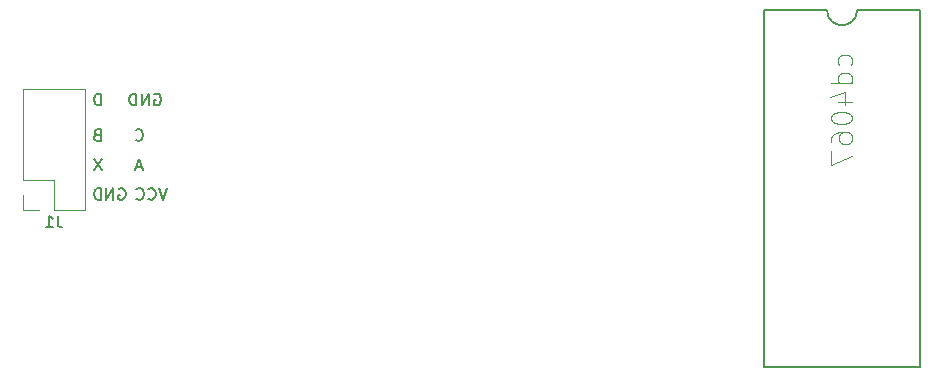
<source format=gbr>
G04 #@! TF.FileFunction,Legend,Bot*
%FSLAX46Y46*%
G04 Gerber Fmt 4.6, Leading zero omitted, Abs format (unit mm)*
G04 Created by KiCad (PCBNEW 4.0.6) date Sunday, June 10, 2018 'PMt' 08:16:35 PM*
%MOMM*%
%LPD*%
G01*
G04 APERTURE LIST*
%ADD10C,0.100000*%
%ADD11C,0.150000*%
%ADD12C,0.152400*%
%ADD13C,0.120000*%
%ADD14C,0.088900*%
G04 APERTURE END LIST*
D10*
D11*
X96761904Y-81500000D02*
X96857142Y-81452381D01*
X96999999Y-81452381D01*
X97142857Y-81500000D01*
X97238095Y-81595238D01*
X97285714Y-81690476D01*
X97333333Y-81880952D01*
X97333333Y-82023810D01*
X97285714Y-82214286D01*
X97238095Y-82309524D01*
X97142857Y-82404762D01*
X96999999Y-82452381D01*
X96904761Y-82452381D01*
X96761904Y-82404762D01*
X96714285Y-82357143D01*
X96714285Y-82023810D01*
X96904761Y-82023810D01*
X96285714Y-82452381D02*
X96285714Y-81452381D01*
X95714285Y-82452381D01*
X95714285Y-81452381D01*
X95238095Y-82452381D02*
X95238095Y-81452381D01*
X95000000Y-81452381D01*
X94857142Y-81500000D01*
X94761904Y-81595238D01*
X94714285Y-81690476D01*
X94666666Y-81880952D01*
X94666666Y-82023810D01*
X94714285Y-82214286D01*
X94761904Y-82309524D01*
X94857142Y-82404762D01*
X95000000Y-82452381D01*
X95238095Y-82452381D01*
X92261905Y-82452381D02*
X92261905Y-81452381D01*
X92023810Y-81452381D01*
X91880952Y-81500000D01*
X91785714Y-81595238D01*
X91738095Y-81690476D01*
X91690476Y-81880952D01*
X91690476Y-82023810D01*
X91738095Y-82214286D01*
X91785714Y-82309524D01*
X91880952Y-82404762D01*
X92023810Y-82452381D01*
X92261905Y-82452381D01*
X95190476Y-85357143D02*
X95238095Y-85404762D01*
X95380952Y-85452381D01*
X95476190Y-85452381D01*
X95619048Y-85404762D01*
X95714286Y-85309524D01*
X95761905Y-85214286D01*
X95809524Y-85023810D01*
X95809524Y-84880952D01*
X95761905Y-84690476D01*
X95714286Y-84595238D01*
X95619048Y-84500000D01*
X95476190Y-84452381D01*
X95380952Y-84452381D01*
X95238095Y-84500000D01*
X95190476Y-84547619D01*
X91928571Y-84928571D02*
X91785714Y-84976190D01*
X91738095Y-85023810D01*
X91690476Y-85119048D01*
X91690476Y-85261905D01*
X91738095Y-85357143D01*
X91785714Y-85404762D01*
X91880952Y-85452381D01*
X92261905Y-85452381D01*
X92261905Y-84452381D01*
X91928571Y-84452381D01*
X91833333Y-84500000D01*
X91785714Y-84547619D01*
X91738095Y-84642857D01*
X91738095Y-84738095D01*
X91785714Y-84833333D01*
X91833333Y-84880952D01*
X91928571Y-84928571D01*
X92261905Y-84928571D01*
X95738095Y-87666667D02*
X95261904Y-87666667D01*
X95833333Y-87952381D02*
X95500000Y-86952381D01*
X95166666Y-87952381D01*
X92333333Y-86952381D02*
X91666666Y-87952381D01*
X91666666Y-86952381D02*
X92333333Y-87952381D01*
X97833333Y-89452381D02*
X97500000Y-90452381D01*
X97166666Y-89452381D01*
X96261904Y-90357143D02*
X96309523Y-90404762D01*
X96452380Y-90452381D01*
X96547618Y-90452381D01*
X96690476Y-90404762D01*
X96785714Y-90309524D01*
X96833333Y-90214286D01*
X96880952Y-90023810D01*
X96880952Y-89880952D01*
X96833333Y-89690476D01*
X96785714Y-89595238D01*
X96690476Y-89500000D01*
X96547618Y-89452381D01*
X96452380Y-89452381D01*
X96309523Y-89500000D01*
X96261904Y-89547619D01*
X95261904Y-90357143D02*
X95309523Y-90404762D01*
X95452380Y-90452381D01*
X95547618Y-90452381D01*
X95690476Y-90404762D01*
X95785714Y-90309524D01*
X95833333Y-90214286D01*
X95880952Y-90023810D01*
X95880952Y-89880952D01*
X95833333Y-89690476D01*
X95785714Y-89595238D01*
X95690476Y-89500000D01*
X95547618Y-89452381D01*
X95452380Y-89452381D01*
X95309523Y-89500000D01*
X95261904Y-89547619D01*
X93761904Y-89500000D02*
X93857142Y-89452381D01*
X93999999Y-89452381D01*
X94142857Y-89500000D01*
X94238095Y-89595238D01*
X94285714Y-89690476D01*
X94333333Y-89880952D01*
X94333333Y-90023810D01*
X94285714Y-90214286D01*
X94238095Y-90309524D01*
X94142857Y-90404762D01*
X93999999Y-90452381D01*
X93904761Y-90452381D01*
X93761904Y-90404762D01*
X93714285Y-90357143D01*
X93714285Y-90023810D01*
X93904761Y-90023810D01*
X93285714Y-90452381D02*
X93285714Y-89452381D01*
X92714285Y-90452381D01*
X92714285Y-89452381D01*
X92238095Y-90452381D02*
X92238095Y-89452381D01*
X92000000Y-89452381D01*
X91857142Y-89500000D01*
X91761904Y-89595238D01*
X91714285Y-89690476D01*
X91666666Y-89880952D01*
X91666666Y-90023810D01*
X91714285Y-90214286D01*
X91761904Y-90309524D01*
X91857142Y-90404762D01*
X92000000Y-90452381D01*
X92238095Y-90452381D01*
D12*
X156270000Y-74387000D02*
X161604000Y-74387000D01*
X161604000Y-104613000D02*
X148396000Y-104613000D01*
X148396000Y-74387000D02*
X153730000Y-74387000D01*
X148396000Y-74387000D02*
X148396000Y-104613000D01*
X161604000Y-74387000D02*
X161604000Y-104613000D01*
X156270000Y-74387000D02*
G75*
G02X153730000Y-74387000I-1270000J0D01*
G01*
D13*
X85670000Y-81050000D02*
X90870000Y-81050000D01*
X85670000Y-88730000D02*
X85670000Y-81050000D01*
X90870000Y-91330000D02*
X90870000Y-81050000D01*
X85670000Y-88730000D02*
X88270000Y-88730000D01*
X88270000Y-88730000D02*
X88270000Y-91330000D01*
X88270000Y-91330000D02*
X90870000Y-91330000D01*
X85670000Y-90000000D02*
X85670000Y-91330000D01*
X85670000Y-91330000D02*
X87000000Y-91330000D01*
D14*
X155719667Y-79001334D02*
X155804333Y-78832001D01*
X155804333Y-78493334D01*
X155719667Y-78324001D01*
X155635000Y-78239334D01*
X155465667Y-78154668D01*
X154957667Y-78154668D01*
X154788333Y-78239334D01*
X154703667Y-78324001D01*
X154619000Y-78493334D01*
X154619000Y-78832001D01*
X154703667Y-79001334D01*
X155804333Y-80525334D02*
X154026333Y-80525334D01*
X155719667Y-80525334D02*
X155804333Y-80356001D01*
X155804333Y-80017334D01*
X155719667Y-79848001D01*
X155635000Y-79763334D01*
X155465667Y-79678668D01*
X154957667Y-79678668D01*
X154788333Y-79763334D01*
X154703667Y-79848001D01*
X154619000Y-80017334D01*
X154619000Y-80356001D01*
X154703667Y-80525334D01*
X154619000Y-82134001D02*
X155804333Y-82134001D01*
X153941667Y-81710668D02*
X155211667Y-81287335D01*
X155211667Y-82388001D01*
X154026333Y-83404001D02*
X154026333Y-83573334D01*
X154111000Y-83742668D01*
X154195667Y-83827334D01*
X154365000Y-83912001D01*
X154703667Y-83996668D01*
X155127000Y-83996668D01*
X155465667Y-83912001D01*
X155635000Y-83827334D01*
X155719667Y-83742668D01*
X155804333Y-83573334D01*
X155804333Y-83404001D01*
X155719667Y-83234668D01*
X155635000Y-83150001D01*
X155465667Y-83065334D01*
X155127000Y-82980668D01*
X154703667Y-82980668D01*
X154365000Y-83065334D01*
X154195667Y-83150001D01*
X154111000Y-83234668D01*
X154026333Y-83404001D01*
X154026333Y-85520667D02*
X154026333Y-85182001D01*
X154111000Y-85012667D01*
X154195667Y-84928001D01*
X154449667Y-84758667D01*
X154788333Y-84674001D01*
X155465667Y-84674001D01*
X155635000Y-84758667D01*
X155719667Y-84843334D01*
X155804333Y-85012667D01*
X155804333Y-85351334D01*
X155719667Y-85520667D01*
X155635000Y-85605334D01*
X155465667Y-85690001D01*
X155042333Y-85690001D01*
X154873000Y-85605334D01*
X154788333Y-85520667D01*
X154703667Y-85351334D01*
X154703667Y-85012667D01*
X154788333Y-84843334D01*
X154873000Y-84758667D01*
X155042333Y-84674001D01*
X154026333Y-86282667D02*
X154026333Y-87468000D01*
X155804333Y-86706000D01*
D11*
X88603333Y-91782381D02*
X88603333Y-92496667D01*
X88650953Y-92639524D01*
X88746191Y-92734762D01*
X88889048Y-92782381D01*
X88984286Y-92782381D01*
X87603333Y-92782381D02*
X88174762Y-92782381D01*
X87889048Y-92782381D02*
X87889048Y-91782381D01*
X87984286Y-91925238D01*
X88079524Y-92020476D01*
X88174762Y-92068095D01*
M02*

</source>
